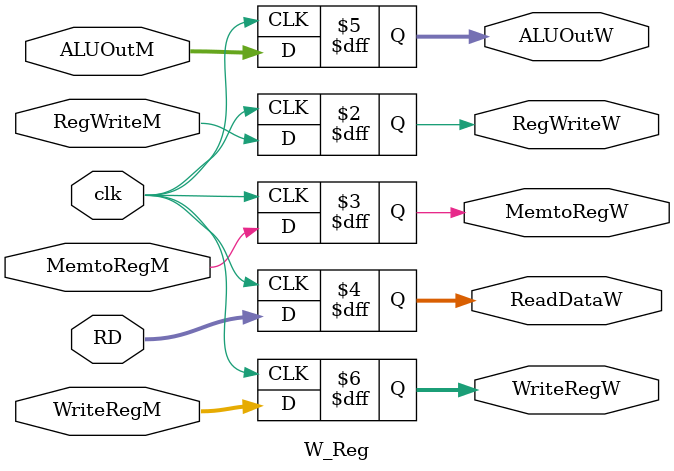
<source format=v>
`timescale 1ns / 1ps
module W_Reg(
   input clk,
	input RegWriteM,
	input MemtoRegM,
	input [31:0]RD,
	input [31:0]ALUOutM,
	input [4:0]WriteRegM,
	output reg RegWriteW,
	output reg MemtoRegW,
	output reg [31:0]ReadDataW,
	output reg [31:0]ALUOutW,
	output reg [4:0]WriteRegW
    );
always@(posedge clk)
begin
   RegWriteW <= RegWriteM;
	MemtoRegW <= MemtoRegM;
   ReadDataW <= RD;
	ALUOutW   <= ALUOutM;
	WriteRegW <= WriteRegM;
end

endmodule


</source>
